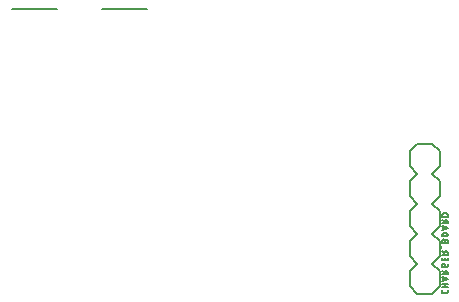
<source format=gbr>
G04 EAGLE Gerber RS-274X export*
G75*
%MOMM*%
%FSLAX34Y34*%
%LPD*%
%INSilkscreen Bottom*%
%IPPOS*%
%AMOC8*
5,1,8,0,0,1.08239X$1,22.5*%
G01*
%ADD10C,0.203200*%
%ADD11C,0.127000*%


D10*
X69850Y317500D02*
X31750Y317500D01*
X107950Y317500D02*
X146050Y317500D01*
X393700Y171450D02*
X393700Y158750D01*
X393700Y171450D02*
X387350Y177800D01*
X374650Y177800D02*
X368300Y171450D01*
X387350Y177800D02*
X393700Y184150D01*
X393700Y196850D01*
X387350Y203200D01*
X374650Y203200D02*
X368300Y196850D01*
X368300Y184150D01*
X374650Y177800D01*
X393700Y133350D02*
X387350Y127000D01*
X393700Y133350D02*
X393700Y146050D01*
X387350Y152400D01*
X374650Y152400D02*
X368300Y146050D01*
X368300Y133350D01*
X374650Y127000D01*
X387350Y152400D02*
X393700Y158750D01*
X374650Y152400D02*
X368300Y158750D01*
X368300Y171450D01*
X393700Y95250D02*
X393700Y82550D01*
X393700Y95250D02*
X387350Y101600D01*
X374650Y101600D02*
X368300Y95250D01*
X387350Y101600D02*
X393700Y107950D01*
X393700Y120650D01*
X387350Y127000D01*
X374650Y127000D02*
X368300Y120650D01*
X368300Y107950D01*
X374650Y101600D01*
X374650Y76200D02*
X387350Y76200D01*
X393700Y82550D01*
X374650Y76200D02*
X368300Y82550D01*
X368300Y95250D01*
X374650Y203200D02*
X387350Y203200D01*
D11*
X395605Y78980D02*
X395605Y77907D01*
X395607Y77842D01*
X395613Y77778D01*
X395623Y77714D01*
X395636Y77650D01*
X395654Y77588D01*
X395675Y77527D01*
X395699Y77467D01*
X395728Y77409D01*
X395760Y77352D01*
X395795Y77298D01*
X395833Y77246D01*
X395875Y77196D01*
X395919Y77149D01*
X395966Y77105D01*
X396016Y77063D01*
X396068Y77025D01*
X396122Y76990D01*
X396179Y76958D01*
X396237Y76929D01*
X396297Y76905D01*
X396358Y76884D01*
X396420Y76866D01*
X396484Y76853D01*
X396548Y76843D01*
X396612Y76837D01*
X396677Y76835D01*
X399359Y76835D01*
X399424Y76837D01*
X399488Y76843D01*
X399552Y76853D01*
X399616Y76866D01*
X399678Y76884D01*
X399739Y76905D01*
X399799Y76929D01*
X399857Y76958D01*
X399914Y76990D01*
X399968Y77025D01*
X400020Y77063D01*
X400070Y77105D01*
X400117Y77149D01*
X400161Y77196D01*
X400203Y77246D01*
X400241Y77298D01*
X400276Y77352D01*
X400308Y77409D01*
X400337Y77467D01*
X400361Y77527D01*
X400382Y77588D01*
X400400Y77650D01*
X400413Y77714D01*
X400423Y77778D01*
X400429Y77842D01*
X400431Y77907D01*
X400431Y78980D01*
X400431Y81619D02*
X395605Y81619D01*
X398286Y81619D02*
X398286Y84300D01*
X400431Y84300D02*
X395605Y84300D01*
X395605Y87020D02*
X400431Y88628D01*
X395605Y90237D01*
X396812Y89835D02*
X396812Y87422D01*
X395605Y93021D02*
X400431Y93021D01*
X400431Y94361D01*
X400429Y94432D01*
X400423Y94504D01*
X400414Y94574D01*
X400401Y94644D01*
X400384Y94714D01*
X400363Y94782D01*
X400339Y94849D01*
X400311Y94915D01*
X400280Y94979D01*
X400245Y95042D01*
X400207Y95102D01*
X400166Y95161D01*
X400122Y95217D01*
X400075Y95271D01*
X400026Y95322D01*
X399973Y95370D01*
X399918Y95416D01*
X399861Y95458D01*
X399801Y95498D01*
X399740Y95534D01*
X399676Y95567D01*
X399611Y95596D01*
X399545Y95622D01*
X399477Y95645D01*
X399408Y95664D01*
X399338Y95679D01*
X399268Y95690D01*
X399197Y95698D01*
X399126Y95702D01*
X399054Y95702D01*
X398983Y95698D01*
X398912Y95690D01*
X398842Y95679D01*
X398772Y95664D01*
X398703Y95645D01*
X398635Y95622D01*
X398569Y95596D01*
X398504Y95567D01*
X398440Y95534D01*
X398379Y95498D01*
X398319Y95458D01*
X398262Y95416D01*
X398207Y95370D01*
X398154Y95322D01*
X398105Y95271D01*
X398058Y95217D01*
X398014Y95161D01*
X397973Y95102D01*
X397935Y95042D01*
X397900Y94979D01*
X397869Y94915D01*
X397841Y94849D01*
X397817Y94782D01*
X397796Y94714D01*
X397779Y94644D01*
X397766Y94574D01*
X397757Y94504D01*
X397751Y94432D01*
X397749Y94361D01*
X397750Y94361D02*
X397750Y93021D01*
X397750Y94629D02*
X395605Y95702D01*
X398286Y100503D02*
X398286Y101307D01*
X395605Y101307D01*
X395605Y99699D01*
X395607Y99634D01*
X395613Y99570D01*
X395623Y99506D01*
X395636Y99442D01*
X395654Y99380D01*
X395675Y99319D01*
X395699Y99259D01*
X395728Y99201D01*
X395760Y99144D01*
X395795Y99090D01*
X395833Y99038D01*
X395875Y98988D01*
X395919Y98941D01*
X395966Y98897D01*
X396016Y98855D01*
X396068Y98817D01*
X396122Y98782D01*
X396179Y98750D01*
X396237Y98721D01*
X396297Y98697D01*
X396358Y98676D01*
X396420Y98658D01*
X396484Y98645D01*
X396548Y98635D01*
X396612Y98629D01*
X396677Y98627D01*
X396677Y98626D02*
X399359Y98626D01*
X399359Y98627D02*
X399424Y98629D01*
X399488Y98635D01*
X399552Y98645D01*
X399616Y98658D01*
X399678Y98676D01*
X399739Y98697D01*
X399799Y98721D01*
X399857Y98750D01*
X399914Y98782D01*
X399968Y98817D01*
X400020Y98855D01*
X400070Y98897D01*
X400117Y98941D01*
X400161Y98988D01*
X400203Y99038D01*
X400241Y99090D01*
X400276Y99144D01*
X400308Y99201D01*
X400337Y99259D01*
X400361Y99319D01*
X400382Y99380D01*
X400400Y99442D01*
X400413Y99506D01*
X400423Y99570D01*
X400429Y99634D01*
X400431Y99699D01*
X400431Y101307D01*
X395605Y104498D02*
X395605Y106643D01*
X395605Y104498D02*
X400431Y104498D01*
X400431Y106643D01*
X398286Y106107D02*
X398286Y104498D01*
X400431Y109297D02*
X395605Y109297D01*
X400431Y109297D02*
X400431Y110638D01*
X400429Y110709D01*
X400423Y110781D01*
X400414Y110851D01*
X400401Y110921D01*
X400384Y110991D01*
X400363Y111059D01*
X400339Y111126D01*
X400311Y111192D01*
X400280Y111256D01*
X400245Y111319D01*
X400207Y111379D01*
X400166Y111438D01*
X400122Y111494D01*
X400075Y111548D01*
X400026Y111599D01*
X399973Y111647D01*
X399918Y111693D01*
X399861Y111735D01*
X399801Y111775D01*
X399740Y111811D01*
X399676Y111844D01*
X399611Y111873D01*
X399545Y111899D01*
X399477Y111922D01*
X399408Y111941D01*
X399338Y111956D01*
X399268Y111967D01*
X399197Y111975D01*
X399126Y111979D01*
X399054Y111979D01*
X398983Y111975D01*
X398912Y111967D01*
X398842Y111956D01*
X398772Y111941D01*
X398703Y111922D01*
X398635Y111899D01*
X398569Y111873D01*
X398504Y111844D01*
X398440Y111811D01*
X398379Y111775D01*
X398319Y111735D01*
X398262Y111693D01*
X398207Y111647D01*
X398154Y111599D01*
X398105Y111548D01*
X398058Y111494D01*
X398014Y111438D01*
X397973Y111379D01*
X397935Y111319D01*
X397900Y111256D01*
X397869Y111192D01*
X397841Y111126D01*
X397817Y111059D01*
X397796Y110991D01*
X397779Y110921D01*
X397766Y110851D01*
X397757Y110781D01*
X397751Y110709D01*
X397749Y110638D01*
X397750Y110638D02*
X397750Y109297D01*
X397750Y110906D02*
X395605Y111978D01*
X395069Y114439D02*
X395069Y116584D01*
X398286Y119438D02*
X398286Y120779D01*
X398287Y120779D02*
X398285Y120850D01*
X398279Y120922D01*
X398270Y120992D01*
X398257Y121062D01*
X398240Y121132D01*
X398219Y121200D01*
X398195Y121267D01*
X398167Y121333D01*
X398136Y121397D01*
X398101Y121460D01*
X398063Y121520D01*
X398022Y121579D01*
X397978Y121635D01*
X397931Y121689D01*
X397882Y121740D01*
X397829Y121788D01*
X397774Y121834D01*
X397717Y121876D01*
X397657Y121916D01*
X397596Y121952D01*
X397532Y121985D01*
X397467Y122014D01*
X397401Y122040D01*
X397333Y122063D01*
X397264Y122082D01*
X397194Y122097D01*
X397124Y122108D01*
X397053Y122116D01*
X396982Y122120D01*
X396910Y122120D01*
X396839Y122116D01*
X396768Y122108D01*
X396698Y122097D01*
X396628Y122082D01*
X396559Y122063D01*
X396491Y122040D01*
X396425Y122014D01*
X396360Y121985D01*
X396296Y121952D01*
X396235Y121916D01*
X396175Y121876D01*
X396118Y121834D01*
X396063Y121788D01*
X396010Y121740D01*
X395961Y121689D01*
X395914Y121635D01*
X395870Y121579D01*
X395829Y121520D01*
X395791Y121460D01*
X395756Y121397D01*
X395725Y121333D01*
X395697Y121267D01*
X395673Y121200D01*
X395652Y121132D01*
X395635Y121062D01*
X395622Y120992D01*
X395613Y120922D01*
X395607Y120850D01*
X395605Y120779D01*
X395605Y119438D01*
X400431Y119438D01*
X400431Y120779D01*
X400429Y120844D01*
X400423Y120908D01*
X400413Y120972D01*
X400400Y121036D01*
X400382Y121098D01*
X400361Y121159D01*
X400337Y121219D01*
X400308Y121277D01*
X400276Y121334D01*
X400241Y121388D01*
X400203Y121440D01*
X400161Y121490D01*
X400117Y121537D01*
X400070Y121581D01*
X400020Y121623D01*
X399968Y121661D01*
X399914Y121696D01*
X399857Y121728D01*
X399799Y121757D01*
X399739Y121781D01*
X399678Y121802D01*
X399616Y121820D01*
X399552Y121833D01*
X399488Y121843D01*
X399424Y121849D01*
X399359Y121851D01*
X399294Y121849D01*
X399230Y121843D01*
X399166Y121833D01*
X399102Y121820D01*
X399040Y121802D01*
X398979Y121781D01*
X398919Y121757D01*
X398861Y121728D01*
X398804Y121696D01*
X398750Y121661D01*
X398698Y121623D01*
X398648Y121581D01*
X398601Y121537D01*
X398557Y121490D01*
X398515Y121440D01*
X398477Y121388D01*
X398442Y121334D01*
X398410Y121277D01*
X398381Y121219D01*
X398357Y121159D01*
X398336Y121098D01*
X398318Y121036D01*
X398305Y120972D01*
X398295Y120908D01*
X398289Y120844D01*
X398287Y120779D01*
X399090Y124595D02*
X396946Y124595D01*
X399090Y124595D02*
X399161Y124597D01*
X399233Y124603D01*
X399303Y124612D01*
X399373Y124625D01*
X399443Y124642D01*
X399511Y124663D01*
X399578Y124687D01*
X399644Y124715D01*
X399708Y124746D01*
X399771Y124781D01*
X399831Y124819D01*
X399890Y124860D01*
X399946Y124904D01*
X400000Y124951D01*
X400051Y125000D01*
X400099Y125053D01*
X400145Y125108D01*
X400187Y125165D01*
X400227Y125225D01*
X400263Y125286D01*
X400296Y125350D01*
X400325Y125415D01*
X400351Y125481D01*
X400374Y125549D01*
X400393Y125618D01*
X400408Y125688D01*
X400419Y125758D01*
X400427Y125829D01*
X400431Y125900D01*
X400431Y125972D01*
X400427Y126043D01*
X400419Y126114D01*
X400408Y126184D01*
X400393Y126254D01*
X400374Y126323D01*
X400351Y126391D01*
X400325Y126457D01*
X400296Y126522D01*
X400263Y126586D01*
X400227Y126647D01*
X400187Y126707D01*
X400145Y126764D01*
X400099Y126819D01*
X400051Y126872D01*
X400000Y126921D01*
X399946Y126968D01*
X399890Y127012D01*
X399831Y127053D01*
X399771Y127091D01*
X399708Y127126D01*
X399644Y127157D01*
X399578Y127185D01*
X399511Y127209D01*
X399443Y127230D01*
X399373Y127247D01*
X399303Y127260D01*
X399233Y127269D01*
X399161Y127275D01*
X399090Y127277D01*
X399090Y127276D02*
X396946Y127276D01*
X396946Y127277D02*
X396875Y127275D01*
X396803Y127269D01*
X396733Y127260D01*
X396663Y127247D01*
X396593Y127230D01*
X396525Y127209D01*
X396458Y127185D01*
X396392Y127157D01*
X396328Y127126D01*
X396265Y127091D01*
X396205Y127053D01*
X396146Y127012D01*
X396090Y126968D01*
X396036Y126921D01*
X395985Y126872D01*
X395937Y126819D01*
X395891Y126764D01*
X395849Y126707D01*
X395809Y126647D01*
X395773Y126586D01*
X395740Y126522D01*
X395711Y126457D01*
X395685Y126391D01*
X395662Y126323D01*
X395643Y126254D01*
X395628Y126184D01*
X395617Y126114D01*
X395609Y126043D01*
X395605Y125972D01*
X395605Y125900D01*
X395609Y125829D01*
X395617Y125758D01*
X395628Y125688D01*
X395643Y125618D01*
X395662Y125549D01*
X395685Y125481D01*
X395711Y125415D01*
X395740Y125350D01*
X395773Y125286D01*
X395809Y125225D01*
X395849Y125165D01*
X395891Y125108D01*
X395937Y125053D01*
X395985Y125000D01*
X396036Y124951D01*
X396090Y124904D01*
X396146Y124860D01*
X396205Y124819D01*
X396265Y124781D01*
X396328Y124746D01*
X396392Y124715D01*
X396458Y124687D01*
X396525Y124663D01*
X396593Y124642D01*
X396663Y124625D01*
X396733Y124612D01*
X396803Y124603D01*
X396875Y124597D01*
X396946Y124595D01*
X395605Y129813D02*
X400431Y131422D01*
X395605Y133031D01*
X396812Y132629D02*
X396812Y130216D01*
X395605Y135814D02*
X400431Y135814D01*
X400431Y137155D01*
X400429Y137226D01*
X400423Y137298D01*
X400414Y137368D01*
X400401Y137438D01*
X400384Y137508D01*
X400363Y137576D01*
X400339Y137643D01*
X400311Y137709D01*
X400280Y137773D01*
X400245Y137836D01*
X400207Y137896D01*
X400166Y137955D01*
X400122Y138011D01*
X400075Y138065D01*
X400026Y138116D01*
X399973Y138164D01*
X399918Y138210D01*
X399861Y138252D01*
X399801Y138292D01*
X399740Y138328D01*
X399676Y138361D01*
X399611Y138390D01*
X399545Y138416D01*
X399477Y138439D01*
X399408Y138458D01*
X399338Y138473D01*
X399268Y138484D01*
X399197Y138492D01*
X399126Y138496D01*
X399054Y138496D01*
X398983Y138492D01*
X398912Y138484D01*
X398842Y138473D01*
X398772Y138458D01*
X398703Y138439D01*
X398635Y138416D01*
X398569Y138390D01*
X398504Y138361D01*
X398440Y138328D01*
X398379Y138292D01*
X398319Y138252D01*
X398262Y138210D01*
X398207Y138164D01*
X398154Y138116D01*
X398105Y138065D01*
X398058Y138011D01*
X398014Y137955D01*
X397973Y137896D01*
X397935Y137836D01*
X397900Y137773D01*
X397869Y137709D01*
X397841Y137643D01*
X397817Y137576D01*
X397796Y137508D01*
X397779Y137438D01*
X397766Y137368D01*
X397757Y137298D01*
X397751Y137226D01*
X397749Y137155D01*
X397750Y137155D02*
X397750Y135814D01*
X397750Y137423D02*
X395605Y138496D01*
X395605Y141420D02*
X400431Y141420D01*
X400431Y142761D01*
X400429Y142831D01*
X400424Y142901D01*
X400414Y142971D01*
X400402Y143040D01*
X400385Y143108D01*
X400365Y143175D01*
X400342Y143242D01*
X400315Y143306D01*
X400285Y143370D01*
X400251Y143432D01*
X400215Y143491D01*
X400175Y143549D01*
X400132Y143605D01*
X400087Y143658D01*
X400038Y143709D01*
X399987Y143758D01*
X399934Y143803D01*
X399878Y143846D01*
X399820Y143886D01*
X399761Y143922D01*
X399699Y143956D01*
X399635Y143986D01*
X399571Y144013D01*
X399504Y144036D01*
X399437Y144056D01*
X399369Y144073D01*
X399300Y144085D01*
X399230Y144095D01*
X399160Y144100D01*
X399090Y144102D01*
X399090Y144101D02*
X396946Y144101D01*
X396946Y144102D02*
X396876Y144100D01*
X396806Y144095D01*
X396736Y144085D01*
X396667Y144073D01*
X396599Y144056D01*
X396532Y144036D01*
X396465Y144013D01*
X396401Y143986D01*
X396337Y143956D01*
X396276Y143922D01*
X396216Y143886D01*
X396158Y143846D01*
X396102Y143803D01*
X396049Y143758D01*
X395998Y143709D01*
X395949Y143658D01*
X395904Y143605D01*
X395861Y143549D01*
X395821Y143491D01*
X395785Y143432D01*
X395751Y143370D01*
X395721Y143306D01*
X395694Y143242D01*
X395671Y143175D01*
X395651Y143108D01*
X395634Y143040D01*
X395622Y142971D01*
X395612Y142901D01*
X395607Y142831D01*
X395605Y142761D01*
X395605Y141420D01*
M02*

</source>
